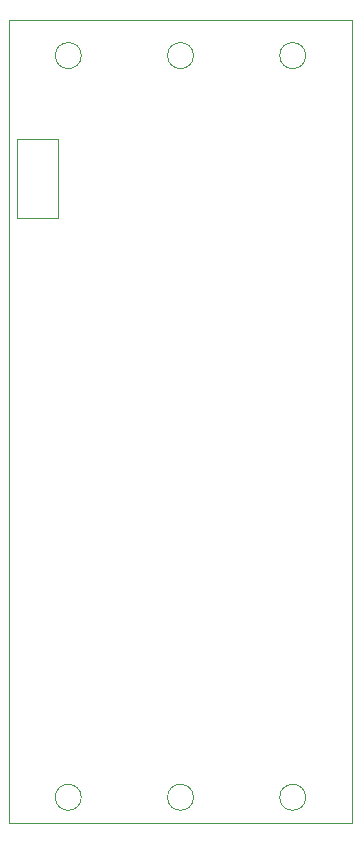
<source format=gbr>
%TF.GenerationSoftware,KiCad,Pcbnew,7.0.5*%
%TF.CreationDate,2024-01-23T00:39:16-05:00*%
%TF.ProjectId,SIDE,53494445-2e6b-4696-9361-645f70636258,rev?*%
%TF.SameCoordinates,Original*%
%TF.FileFunction,Profile,NP*%
%FSLAX46Y46*%
G04 Gerber Fmt 4.6, Leading zero omitted, Abs format (unit mm)*
G04 Created by KiCad (PCBNEW 7.0.5) date 2024-01-23 00:39:16*
%MOMM*%
%LPD*%
G01*
G04 APERTURE LIST*
%TA.AperFunction,Profile*%
%ADD10C,0.100000*%
%TD*%
G04 APERTURE END LIST*
D10*
X169920000Y-133493022D02*
X198920000Y-133493022D01*
X185520000Y-131293022D02*
G75*
G03*
X185520000Y-131293022I-1100000J0D01*
G01*
X198920000Y-133493022D02*
X198920000Y-65493022D01*
X176020000Y-131293022D02*
G75*
G03*
X176020000Y-131293022I-1100000J0D01*
G01*
X195020000Y-131293022D02*
G75*
G03*
X195020000Y-131293022I-1100000J0D01*
G01*
X195020000Y-68493022D02*
G75*
G03*
X195020000Y-68493022I-1100000J0D01*
G01*
X185520000Y-68493022D02*
G75*
G03*
X185520000Y-68493022I-1100000J0D01*
G01*
X198920000Y-65493022D02*
X169920000Y-65493022D01*
X176020000Y-68493022D02*
G75*
G03*
X176020000Y-68493022I-1100000J0D01*
G01*
X169920000Y-65493022D02*
X169920000Y-133493022D01*
X170570000Y-75518022D02*
X174070000Y-75518022D01*
X174070000Y-82218022D01*
X170570000Y-82218022D01*
X170570000Y-75518022D01*
M02*

</source>
